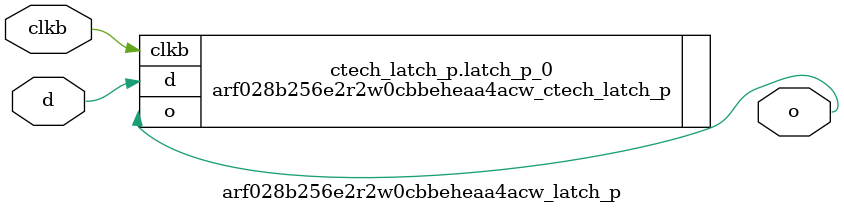
<source format=sv>

`ifndef ARF028B256E2R2W0CBBEHEAA4ACW_LATCH_P_SV
`define ARF028B256E2R2W0CBBEHEAA4ACW_LATCH_P_SV

module arf028b256e2r2w0cbbeheaa4acw_latch_p #
(
  parameter CTECH = 1
)
(
  output logic o,
  input  logic d,
  input  logic clkb
);

  if (CTECH == 1) begin: ctech_latch_p
    arf028b256e2r2w0cbbeheaa4acw_ctech_latch_p latch_p_0 (.o(o),.d(d),.clkb(clkb));
  end
  else begin
    always_latch begin
      if (~clkb) begin
        o <= d;
      end
    end
  end

endmodule // arf028b256e2r2w0cbbeheaa4acw_latch_p

`endif // ARF028B256E2R2W0CBBEHEAA4ACW_LATCH_P_SV
</source>
